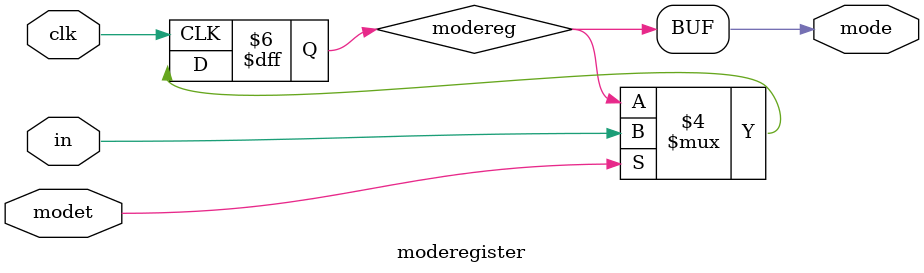
<source format=v>
module moderegister(
  output mode,
  input clk,
  input modet,
  input in);
  reg modereg = 0;
  assign mode = modereg;
  always@(posedge clk) begin
    if(modet)
      modereg = in; 
  end
endmodule
</source>
